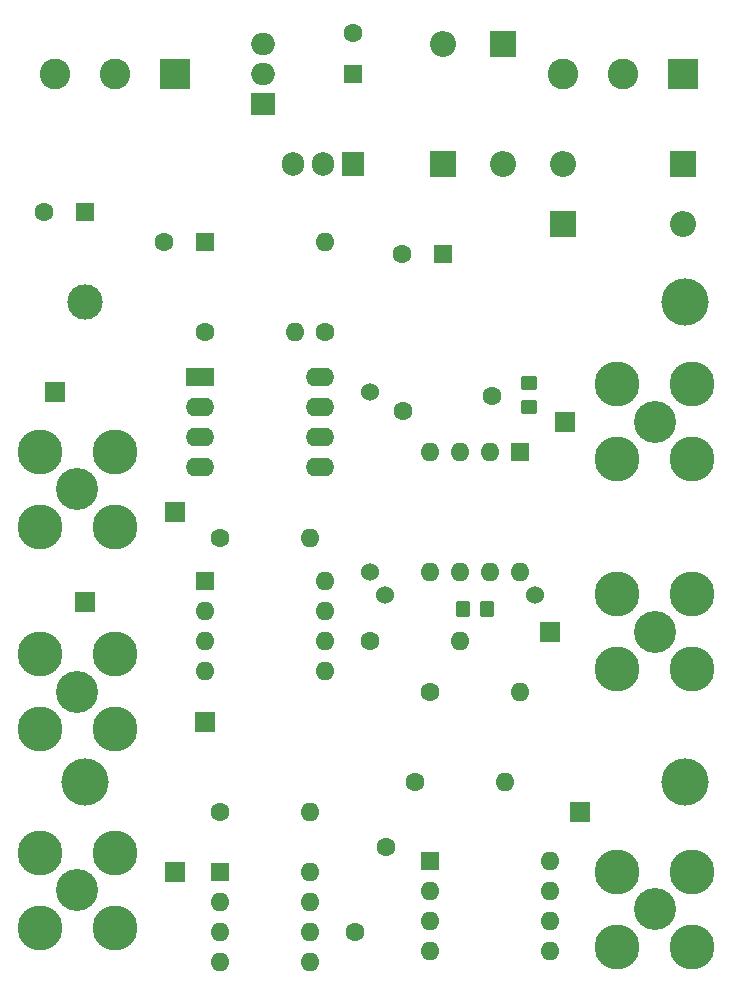
<source format=gbr>
%TF.GenerationSoftware,KiCad,Pcbnew,(6.0.9)*%
%TF.CreationDate,2023-04-20T10:47:30+05:30*%
%TF.ProjectId,CT,43542e6b-6963-4616-945f-706362585858,rev?*%
%TF.SameCoordinates,Original*%
%TF.FileFunction,Soldermask,Top*%
%TF.FilePolarity,Negative*%
%FSLAX46Y46*%
G04 Gerber Fmt 4.6, Leading zero omitted, Abs format (unit mm)*
G04 Created by KiCad (PCBNEW (6.0.9)) date 2023-04-20 10:47:30*
%MOMM*%
%LPD*%
G01*
G04 APERTURE LIST*
G04 Aperture macros list*
%AMRoundRect*
0 Rectangle with rounded corners*
0 $1 Rounding radius*
0 $2 $3 $4 $5 $6 $7 $8 $9 X,Y pos of 4 corners*
0 Add a 4 corners polygon primitive as box body*
4,1,4,$2,$3,$4,$5,$6,$7,$8,$9,$2,$3,0*
0 Add four circle primitives for the rounded corners*
1,1,$1+$1,$2,$3*
1,1,$1+$1,$4,$5*
1,1,$1+$1,$6,$7*
1,1,$1+$1,$8,$9*
0 Add four rect primitives between the rounded corners*
20,1,$1+$1,$2,$3,$4,$5,0*
20,1,$1+$1,$4,$5,$6,$7,0*
20,1,$1+$1,$6,$7,$8,$9,0*
20,1,$1+$1,$8,$9,$2,$3,0*%
%AMHorizOval*
0 Thick line with rounded ends*
0 $1 width*
0 $2 $3 position (X,Y) of the first rounded end (center of the circle)*
0 $4 $5 position (X,Y) of the second rounded end (center of the circle)*
0 Add line between two ends*
20,1,$1,$2,$3,$4,$5,0*
0 Add two circle primitives to create the rounded ends*
1,1,$1,$2,$3*
1,1,$1,$4,$5*%
G04 Aperture macros list end*
%ADD10C,1.600000*%
%ADD11O,1.600000X1.600000*%
%ADD12R,1.600000X1.600000*%
%ADD13C,3.556000*%
%ADD14C,3.810000*%
%ADD15R,1.700000X1.700000*%
%ADD16R,2.400000X1.600000*%
%ADD17O,2.400000X1.600000*%
%ADD18C,3.000000*%
%ADD19R,2.200000X2.200000*%
%ADD20O,2.200000X2.200000*%
%ADD21C,1.524000*%
%ADD22R,2.600000X2.600000*%
%ADD23C,2.600000*%
%ADD24C,4.000000*%
%ADD25RoundRect,0.250000X-0.350000X-0.450000X0.350000X-0.450000X0.350000X0.450000X-0.350000X0.450000X0*%
%ADD26RoundRect,0.250000X0.450000X-0.350000X0.450000X0.350000X-0.450000X0.350000X-0.450000X-0.350000X0*%
%ADD27R,1.905000X2.000000*%
%ADD28O,1.905000X2.000000*%
%ADD29HorizOval,1.600000X0.000000X0.000000X0.000000X0.000000X0*%
%ADD30HorizOval,1.600000X0.000000X0.000000X0.000000X0.000000X0*%
%ADD31R,2.000000X1.905000*%
%ADD32O,2.000000X1.905000*%
G04 APERTURE END LIST*
D10*
%TO.C,R1*%
X67310000Y-139700000D03*
D11*
X74930000Y-139700000D03*
%TD*%
D12*
%TO.C,U8*%
X85090000Y-143853000D03*
D11*
X85090000Y-146393000D03*
X85090000Y-148933000D03*
X85090000Y-151473000D03*
X95250000Y-151473000D03*
X95250000Y-148933000D03*
X95250000Y-146393000D03*
X95250000Y-143853000D03*
%TD*%
D13*
%TO.C,J6*%
X104140000Y-147955000D03*
D14*
X100965000Y-151130000D03*
X107315000Y-144780000D03*
X107315000Y-151130000D03*
X100965000Y-144780000D03*
%TD*%
D10*
%TO.C,R8*%
X76200000Y-99060000D03*
D11*
X76200000Y-91440000D03*
%TD*%
D15*
%TO.C,TP8*%
X96520000Y-106680000D03*
%TD*%
D10*
%TO.C,R9*%
X85080000Y-129540000D03*
D11*
X92700000Y-129540000D03*
%TD*%
D16*
%TO.C,U5*%
X65620000Y-102880000D03*
D17*
X65620000Y-105420000D03*
X65620000Y-107960000D03*
X65620000Y-110500000D03*
X75780000Y-110500000D03*
X75780000Y-107960000D03*
X75780000Y-105420000D03*
X75780000Y-102880000D03*
%TD*%
D18*
%TO.C,*%
X106680000Y-137160000D03*
%TD*%
D13*
%TO.C,J3*%
X55245000Y-112395000D03*
D14*
X58420000Y-115570000D03*
X52070000Y-109220000D03*
X52070000Y-115570000D03*
X58420000Y-109220000D03*
%TD*%
D10*
%TO.C,R6*%
X67310000Y-116500000D03*
D11*
X74930000Y-116500000D03*
%TD*%
D19*
%TO.C,D1*%
X96389290Y-89962300D03*
D20*
X106549290Y-89962300D03*
%TD*%
D21*
%TO.C,U9*%
X80000000Y-119380000D03*
X80000000Y-104140000D03*
%TD*%
D22*
%TO.C,J2*%
X106549290Y-77262300D03*
D23*
X101469290Y-77262300D03*
X96389290Y-77262300D03*
%TD*%
D24*
%TO.C,*%
X106680000Y-137160000D03*
%TD*%
D13*
%TO.C,J1*%
X55245000Y-146342000D03*
D14*
X52070000Y-143167000D03*
X58420000Y-143167000D03*
X58420000Y-149517000D03*
X52070000Y-149517000D03*
%TD*%
D12*
%TO.C,C1*%
X86229290Y-92502300D03*
D10*
X82729290Y-92502300D03*
%TD*%
%TO.C,R7*%
X80010000Y-125260000D03*
D11*
X87630000Y-125260000D03*
%TD*%
D24*
%TO.C,*%
X55880000Y-137160000D03*
%TD*%
D25*
%TO.C,R11*%
X87900000Y-122500000D03*
X89900000Y-122500000D03*
%TD*%
D12*
%TO.C,C4*%
X55880000Y-88900000D03*
D10*
X52380000Y-88900000D03*
%TD*%
D15*
%TO.C,TP5*%
X55880000Y-121920000D03*
%TD*%
%TO.C,TP2*%
X63500000Y-144780000D03*
%TD*%
D12*
%TO.C,C2*%
X78609290Y-77262300D03*
D10*
X78609290Y-73762300D03*
%TD*%
D22*
%TO.C,J5*%
X63505000Y-77262300D03*
D23*
X58425000Y-77262300D03*
X53345000Y-77262300D03*
%TD*%
D19*
%TO.C,D2*%
X106549290Y-84882300D03*
D20*
X96389290Y-84882300D03*
%TD*%
D18*
%TO.C,*%
X55880000Y-137160000D03*
%TD*%
D26*
%TO.C,R10*%
X93500000Y-105400000D03*
X93500000Y-103400000D03*
%TD*%
D15*
%TO.C,TP7*%
X95250000Y-124460000D03*
%TD*%
D12*
%TO.C,U1*%
X67320000Y-144780000D03*
D11*
X67320000Y-147320000D03*
X67320000Y-149860000D03*
X67320000Y-152400000D03*
X74940000Y-152400000D03*
X74940000Y-149860000D03*
X74940000Y-147320000D03*
X74940000Y-144780000D03*
%TD*%
D19*
%TO.C,D3*%
X86229290Y-84882300D03*
D20*
X86229290Y-74722300D03*
%TD*%
D27*
%TO.C,U2*%
X78609290Y-84882300D03*
D28*
X76069290Y-84882300D03*
X73529290Y-84882300D03*
%TD*%
D24*
%TO.C,J9*%
X106680000Y-96520000D03*
%TD*%
D18*
%TO.C,*%
X55880000Y-96520000D03*
%TD*%
D10*
%TO.C,R2*%
X78740000Y-149860000D03*
D29*
X81346193Y-142699542D03*
%TD*%
D10*
%TO.C,R3*%
X83820000Y-137160000D03*
D11*
X91440000Y-137160000D03*
%TD*%
D10*
%TO.C,R5*%
X82800000Y-105800000D03*
D30*
X90304235Y-104476801D03*
%TD*%
D15*
%TO.C,TP3*%
X66040000Y-132080000D03*
%TD*%
D12*
%TO.C,C3*%
X66040000Y-91440000D03*
D10*
X62540000Y-91440000D03*
%TD*%
D19*
%TO.C,D4*%
X91309290Y-74722300D03*
D20*
X91309290Y-84882300D03*
%TD*%
D15*
%TO.C,TP6*%
X97790000Y-139700000D03*
%TD*%
D10*
%TO.C,R4*%
X66020000Y-99060000D03*
D11*
X73640000Y-99060000D03*
%TD*%
D31*
%TO.C,U3*%
X70989290Y-79802300D03*
D32*
X70989290Y-77262300D03*
X70989290Y-74722300D03*
%TD*%
D12*
%TO.C,U7*%
X92700000Y-109200000D03*
D11*
X90160000Y-109200000D03*
X87620000Y-109200000D03*
X85080000Y-109200000D03*
X85080000Y-119360000D03*
X87620000Y-119360000D03*
X90160000Y-119360000D03*
X92700000Y-119360000D03*
%TD*%
D15*
%TO.C,TP4*%
X53340000Y-104140000D03*
%TD*%
%TO.C,TP1*%
X63500000Y-114300000D03*
%TD*%
D13*
%TO.C,J4*%
X55245000Y-129540000D03*
D14*
X58420000Y-132715000D03*
X52070000Y-132715000D03*
X52070000Y-126365000D03*
X58420000Y-126365000D03*
%TD*%
D12*
%TO.C,U6*%
X66020000Y-120180000D03*
D11*
X66020000Y-122720000D03*
X66020000Y-125260000D03*
X66020000Y-127800000D03*
X76180000Y-127800000D03*
X76180000Y-125260000D03*
X76180000Y-122720000D03*
X76180000Y-120180000D03*
%TD*%
D21*
%TO.C,U4*%
X81280000Y-121300000D03*
X93980000Y-121300000D03*
%TD*%
D13*
%TO.C,J8*%
X104140000Y-106680000D03*
D14*
X100965000Y-103505000D03*
X100965000Y-109855000D03*
X107315000Y-103505000D03*
X107315000Y-109855000D03*
%TD*%
D13*
%TO.C,J7*%
X104140000Y-124460000D03*
D14*
X107315000Y-127635000D03*
X100965000Y-127635000D03*
X100965000Y-121285000D03*
X107315000Y-121285000D03*
%TD*%
M02*

</source>
